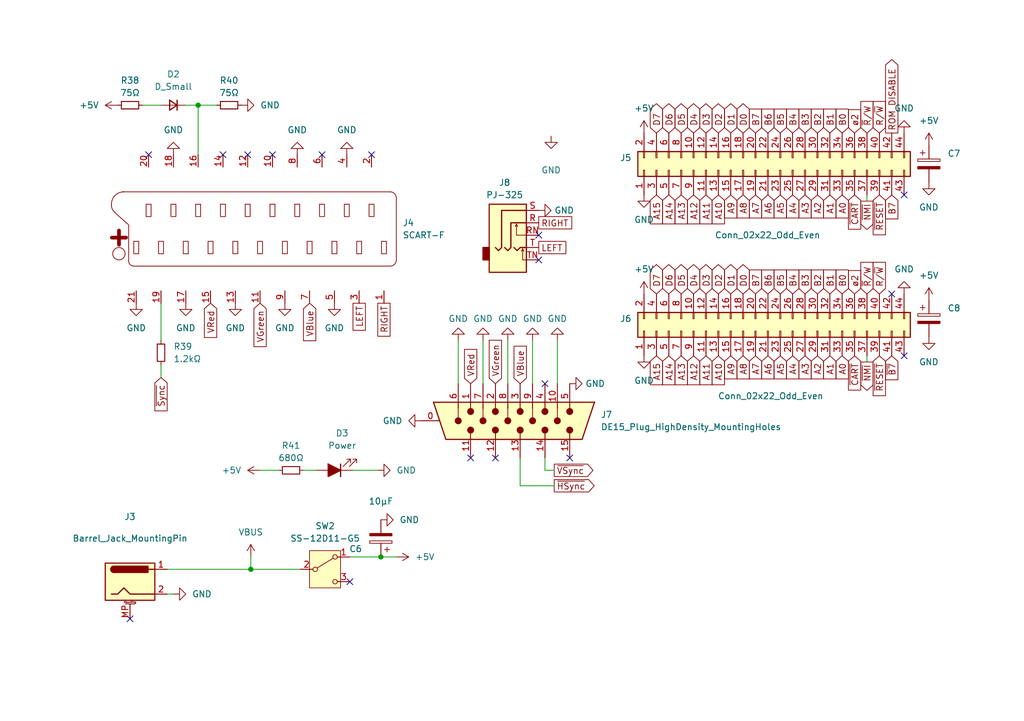
<source format=kicad_sch>
(kicad_sch (version 20230121) (generator eeschema)
  (paper "A5")
  (title_block (title "Ports"))
  (lib_symbols
    (symbol "Connector:Barrel_Jack_MountingPin" (pin_names hide)
      (property "Reference" "J" (at 0 5.334 0))
      (property "Value" "Barrel_Jack_MountingPin" (at 1.27 -6.35 0))
      (symbol "Barrel_Jack_MountingPin_0_1"
        (rectangle (start -5.08 3.81) (end 5.08 -3.81) (stroke (width 0.254)) (fill (type background)))
        (arc (start -3.302 3.175) (mid -3.9343 2.54) (end -3.302 1.905) (stroke (width 0.254)))
        (arc (start -3.302 3.175) (mid -3.9343 2.54) (end -3.302 1.905) (stroke (width 0.254)) (fill (type outline)))
        (polyline (pts (xy 5.08 2.54) (xy 3.81 2.54)) (stroke (width 0.254)))
        (polyline (pts (xy -3.81 -2.54) (xy -2.54 -2.54) (xy -1.27 -1.27) (xy 0 -2.54) (xy 2.54 -2.54) (xy 5.08 -2.54)) (stroke (width 0.254)))
        (rectangle (start 3.683 3.175) (end -3.302 1.905) (stroke (width 0.254)) (fill (type outline)))
      )
      (symbol "Barrel_Jack_MountingPin_1_1"
        (polyline (pts (xy -1.016 -4.572) (xy 1.016 -4.572)) (stroke (width 0.1524)))
        (text "Mounting" (at 0 -4.191 0) (effects (font (size 0.381 0.381))))
        (pin passive line (at 7.62 2.54 180) (length 2.54) (name "~") (number "1"))
        (pin passive line (at 7.62 -2.54 180) (length 2.54) (name "~") (number "2"))
        (pin passive line (at 0 -7.62 90) (length 3.048) (name "MountPin") (number "MP"))
      )
    )
    (symbol "Connector:DE15_Plug_HighDensity_MountingHoles" (pin_names (offset 1.016) hide)
      (property "Reference" "J" (at 0 21.59 0))
      (property "Value" "DE15_Plug_HighDensity_MountingHoles" (at 0 19.05 0))
      (symbol "DE15_Plug_HighDensity_MountingHoles_0_1"
        (circle (center -1.905 -7.62) (radius 0.635) (fill (type outline)))
        (circle (center -1.905 -2.54) (radius 0.635) (fill (type outline)))
        (circle (center -1.905 2.54) (radius 0.635) (fill (type outline)))
        (circle (center -1.905 7.62) (radius 0.635) (fill (type outline)))
        (circle (center -1.905 12.7) (radius 0.635) (fill (type outline)))
        (circle (center 0 -10.16) (radius 0.635) (fill (type outline)))
        (circle (center 0 -5.08) (radius 0.635) (fill (type outline)))
        (polyline (pts (xy -3.175 -5.08) (xy -0.635 -5.08)))
        (polyline (pts (xy -0.635 -10.16) (xy -3.175 -10.16)))
        (polyline (pts (xy -0.635 0) (xy -3.175 0)))
        (polyline (pts (xy -0.635 5.08) (xy -3.175 5.08)))
        (polyline (pts (xy -0.635 10.16) (xy -3.175 10.16)))
        (polyline (pts (xy -3.81 17.78) (xy -3.81 -15.24) (xy 3.81 -12.7) (xy 3.81 15.24) (xy -3.81 17.78)) (stroke (width 0.254)) (fill (type background)))
        (circle (center 0 0) (radius 0.635) (fill (type outline)))
        (circle (center 0 5.08) (radius 0.635) (fill (type outline)))
        (circle (center 0 10.16) (radius 0.635) (fill (type outline)))
        (circle (center 1.905 -7.62) (radius 0.635) (fill (type outline)))
        (circle (center 1.905 -2.54) (radius 0.635) (fill (type outline)))
        (circle (center 1.905 2.54) (radius 0.635) (fill (type outline)))
        (circle (center 1.905 7.62) (radius 0.635) (fill (type outline)))
        (circle (center 1.905 12.7) (radius 0.635) (fill (type outline)))
      )
      (symbol "DE15_Plug_HighDensity_MountingHoles_1_1"
        (pin passive line (at 0 -17.78 90) (length 3.81) (name "~") (number "0"))
        (pin passive line (at -7.62 -7.62 0) (length 5.08) (name "~") (number "1"))
        (pin passive line (at -7.62 10.16 0) (length 5.08) (name "~") (number "10"))
        (pin passive line (at 7.62 -7.62 180) (length 5.08) (name "~") (number "11"))
        (pin passive line (at 7.62 -2.54 180) (length 5.08) (name "~") (number "12"))
        (pin passive line (at 7.62 2.54 180) (length 5.08) (name "~") (number "13"))
        (pin passive line (at 7.62 7.62 180) (length 5.08) (name "~") (number "14"))
        (pin passive line (at 7.62 12.7 180) (length 5.08) (name "~") (number "15"))
        (pin passive line (at -7.62 -2.54 0) (length 5.08) (name "~") (number "2"))
        (pin passive line (at -7.62 2.54 0) (length 5.08) (name "~") (number "3"))
        (pin passive line (at -7.62 7.62 0) (length 5.08) (name "~") (number "4"))
        (pin passive line (at -7.62 12.7 0) (length 5.08) (name "~") (number "5"))
        (pin passive line (at -7.62 -10.16 0) (length 5.08) (name "~") (number "6"))
        (pin passive line (at -7.62 -5.08 0) (length 5.08) (name "~") (number "7"))
        (pin passive line (at -7.62 0 0) (length 5.08) (name "~") (number "8"))
        (pin passive line (at -7.62 5.08 0) (length 5.08) (name "~") (number "9"))
      )
    )
    (symbol "Connector:SCART-F" (pin_names (offset 0.762) hide)
      (property "Reference" "J" (at 0 31.75 0))
      (property "Value" "SCART-F" (at 1.016 -29.21 0))
      (symbol "SCART-F_0_1"
        (arc (start -7.62 -26.67) (mid -7.248 -27.568) (end -6.35 -27.94))
        (arc (start -6.604 26.9494) (mid -7.3224 26.6518) (end -7.62 25.9334))
        (rectangle (start -5.08 -24.892) (end -2.54 -25.908))
        (rectangle (start -5.08 -19.812) (end -2.54 -20.828))
        (rectangle (start -5.08 -14.732) (end -2.54 -15.748))
        (rectangle (start -5.08 -9.652) (end -2.54 -10.668))
        (rectangle (start -5.08 -4.572) (end -2.54 -5.588))
        (rectangle (start -5.08 0.508) (end -2.54 -0.508))
        (rectangle (start -5.08 5.588) (end -2.54 4.572))
        (rectangle (start -5.08 10.668) (end -2.54 9.652))
        (rectangle (start -5.08 15.748) (end -2.54 14.732))
        (rectangle (start -5.08 20.828) (end -2.54 19.812))
        (rectangle (start -5.08 25.908) (end -2.54 24.892))
        (circle (center -5.08 28.956) (radius 1.27))
        (polyline (pts (xy -7.62 22.86) (xy -7.62 -26.67)))
        (polyline (pts (xy -7.62 22.86) (xy -7.62 24.13)))
        (polyline (pts (xy -7.62 24.6634) (xy -7.62 24.13)))
        (polyline (pts (xy -7.62 24.6634) (xy -7.62 25.9334)))
        (polyline (pts (xy -6.604 26.9494) (xy 0.508 26.9494)))
        (polyline (pts (xy -6.35 -27.94) (xy 6.35 -27.94)))
        (polyline (pts (xy 3.302 29.718) (xy 1.27 27.432)))
        (polyline (pts (xy 4.826 30.48) (xy 5.08 30.48)))
        (polyline (pts (xy 7.62 -26.67) (xy 7.62 28.2194)))
        (arc (start 0.508 26.924) (mid 0.9569 27.0702) (end 1.2192 27.4574))
        (rectangle (start 2.54 -22.352) (end 5.08 -23.368))
        (rectangle (start 2.54 -17.272) (end 5.08 -18.288))
        (rectangle (start 2.54 -12.192) (end 5.08 -13.208))
        (rectangle (start 2.54 -7.112) (end 5.08 -8.128))
        (rectangle (start 2.54 -2.032) (end 5.08 -3.048))
        (rectangle (start 2.54 3.048) (end 5.08 2.032))
        (rectangle (start 2.54 8.128) (end 5.08 7.112))
        (rectangle (start 2.54 13.208) (end 5.08 12.192))
        (rectangle (start 2.54 18.288) (end 5.08 17.272))
        (rectangle (start 2.54 23.368) (end 5.08 22.352))
        (arc (start 4.826 30.48) (mid 3.999 30.2726) (end 3.3782 29.6926))
        (arc (start 6.35 -27.94) (mid 7.248 -27.568) (end 7.62 -26.67))
        (arc (start 7.62 27.94) (mid 6.8761 29.7361) (end 5.08 30.48))
        (text "+" (at -1.778 29.21 0) (effects (font (size 3.81 3.81) bold)))
      )
      (symbol "SCART-F_1_1"
        (pin passive line (at -15.24 -25.4 0) (length 2.54) (name "P1") (number "1"))
        (pin passive line (at 15.24 -2.54 180) (length 2.54) (name "P10") (number "10"))
        (pin passive line (at -15.24 0 0) (length 2.54) (name "P11") (number "11"))
        (pin passive line (at 15.24 2.54 180) (length 2.54) (name "P12") (number "12"))
        (pin passive line (at -15.24 5.08 0) (length 2.54) (name "P13") (number "13"))
        (pin passive line (at 15.24 7.62 180) (length 2.54) (name "P14") (number "14"))
        (pin passive line (at -15.24 10.16 0) (length 2.54) (name "P15") (number "15"))
        (pin passive line (at 15.24 12.7 180) (length 2.54) (name "P16") (number "16"))
        (pin passive line (at -15.24 15.24 0) (length 2.54) (name "P17") (number "17"))
        (pin passive line (at 15.24 17.78 180) (length 2.54) (name "P18") (number "18"))
        (pin passive line (at -15.24 20.32 0) (length 2.54) (name "P19") (number "19"))
        (pin passive line (at 15.24 -22.86 180) (length 2.54) (name "P2") (number "2"))
        (pin passive line (at 15.24 22.86 180) (length 2.54) (name "P20") (number "20"))
        (pin passive line (at -15.24 25.4 0) (length 2.54) (name "P21") (number "21"))
        (pin passive line (at -15.24 -20.32 0) (length 2.54) (name "P3") (number "3"))
        (pin passive line (at 15.24 -17.78 180) (length 2.54) (name "P4") (number "4"))
        (pin passive line (at -15.24 -15.24 0) (length 2.54) (name "P5") (number "5"))
        (pin passive line (at 15.24 -12.7 180) (length 2.54) (name "P6") (number "6"))
        (pin passive line (at -15.24 -10.16 0) (length 2.54) (name "P7") (number "7"))
        (pin passive line (at 15.24 -7.62 180) (length 2.54) (name "P8") (number "8"))
        (pin passive line (at -15.24 -5.08 0) (length 2.54) (name "P9") (number "9"))
      )
    )
    (symbol "Connector_Audio:AudioJack3_SwitchTR"
      (property "Reference" "J" (at 0 8.89 0))
      (property "Value" "AudioJack3_SwitchTR" (at 0 6.35 0))
      (symbol "AudioJack3_SwitchTR_0_1"
        (rectangle (start -5.08 -5.08) (end -6.35 -7.62) (stroke (width 0.254)) (fill (type outline)))
        (polyline (pts (xy 0.508 -0.254) (xy 0.762 -0.762)))
        (polyline (pts (xy 1.778 -5.334) (xy 2.032 -5.842)))
        (polyline (pts (xy 0 -5.08) (xy 0.635 -5.715) (xy 1.27 -5.08) (xy 2.54 -5.08)) (stroke (width 0.254)))
        (polyline (pts (xy 2.54 -7.62) (xy 1.778 -7.62) (xy 1.778 -5.334) (xy 1.524 -5.842)))
        (polyline (pts (xy 2.54 -2.54) (xy 0.508 -2.54) (xy 0.508 -0.254) (xy 0.254 -0.762)))
        (polyline (pts (xy -1.905 -5.08) (xy -1.27 -5.715) (xy -0.635 -5.08) (xy -0.635 0) (xy 2.54 0)) (stroke (width 0.254)))
        (polyline (pts (xy 2.54 2.54) (xy -2.54 2.54) (xy -2.54 -5.08) (xy -3.175 -5.715) (xy -3.81 -5.08)) (stroke (width 0.254)))
        (rectangle (start 2.54 3.81) (end -5.08 -10.16) (stroke (width 0.254)) (fill (type background)))
      )
      (symbol "AudioJack3_SwitchTR_1_1"
        (pin passive line (at 5.08 0 180) (length 2.54) (name "~") (number "R"))
        (pin passive line (at 5.08 -2.54 180) (length 2.54) (name "~") (number "RN"))
        (pin passive line (at 5.08 2.54 180) (length 2.54) (name "~") (number "S"))
        (pin passive line (at 5.08 -5.08 180) (length 2.54) (name "~") (number "T"))
        (pin passive line (at 5.08 -7.62 180) (length 2.54) (name "~") (number "TN"))
      )
    )
    (symbol "Connector_Generic:Conn_02x22_Odd_Even" (pin_names (offset 1.016) hide)
      (property "Reference" "J" (at 1.27 27.94 0))
      (property "Value" "Conn_02x22_Odd_Even" (at 1.27 -30.48 0))
      (symbol "Conn_02x22_Odd_Even_1_1"
        (rectangle (start -1.27 -27.813) (end 0 -28.067) (stroke (width 0.1524)))
        (rectangle (start -1.27 -25.273) (end 0 -25.527) (stroke (width 0.1524)))
        (rectangle (start -1.27 -22.733) (end 0 -22.987) (stroke (width 0.1524)))
        (rectangle (start -1.27 -20.193) (end 0 -20.447) (stroke (width 0.1524)))
        (rectangle (start -1.27 -17.653) (end 0 -17.907) (stroke (width 0.1524)))
        (rectangle (start -1.27 -15.113) (end 0 -15.367) (stroke (width 0.1524)))
        (rectangle (start -1.27 -12.573) (end 0 -12.827) (stroke (width 0.1524)))
        (rectangle (start -1.27 -10.033) (end 0 -10.287) (stroke (width 0.1524)))
        (rectangle (start -1.27 -7.493) (end 0 -7.747) (stroke (width 0.1524)))
        (rectangle (start -1.27 -4.953) (end 0 -5.207) (stroke (width 0.1524)))
        (rectangle (start -1.27 -2.413) (end 0 -2.667) (stroke (width 0.1524)))
        (rectangle (start -1.27 0.127) (end 0 -0.127) (stroke (width 0.1524)))
        (rectangle (start -1.27 2.667) (end 0 2.413) (stroke (width 0.1524)))
        (rectangle (start -1.27 5.207) (end 0 4.953) (stroke (width 0.1524)))
        (rectangle (start -1.27 7.747) (end 0 7.493) (stroke (width 0.1524)))
        (rectangle (start -1.27 10.287) (end 0 10.033) (stroke (width 0.1524)))
        (rectangle (start -1.27 12.827) (end 0 12.573) (stroke (width 0.1524)))
        (rectangle (start -1.27 15.367) (end 0 15.113) (stroke (width 0.1524)))
        (rectangle (start -1.27 17.907) (end 0 17.653) (stroke (width 0.1524)))
        (rectangle (start -1.27 20.447) (end 0 20.193) (stroke (width 0.1524)))
        (rectangle (start -1.27 22.987) (end 0 22.733) (stroke (width 0.1524)))
        (rectangle (start -1.27 25.527) (end 0 25.273) (stroke (width 0.1524)))
        (rectangle (start -1.27 26.67) (end 3.81 -29.21) (stroke (width 0.254)) (fill (type background)))
        (rectangle (start 3.81 -27.813) (end 2.54 -28.067) (stroke (width 0.1524)))
        (rectangle (start 3.81 -25.273) (end 2.54 -25.527) (stroke (width 0.1524)))
        (rectangle (start 3.81 -22.733) (end 2.54 -22.987) (stroke (width 0.1524)))
        (rectangle (start 3.81 -20.193) (end 2.54 -20.447) (stroke (width 0.1524)))
        (rectangle (start 3.81 -17.653) (end 2.54 -17.907) (stroke (width 0.1524)))
        (rectangle (start 3.81 -15.113) (end 2.54 -15.367) (stroke (width 0.1524)))
        (rectangle (start 3.81 -12.573) (end 2.54 -12.827) (stroke (width 0.1524)))
        (rectangle (start 3.81 -10.033) (end 2.54 -10.287) (stroke (width 0.1524)))
        (rectangle (start 3.81 -7.493) (end 2.54 -7.747) (stroke (width 0.1524)))
        (rectangle (start 3.81 -4.953) (end 2.54 -5.207) (stroke (width 0.1524)))
        (rectangle (start 3.81 -2.413) (end 2.54 -2.667) (stroke (width 0.1524)))
        (rectangle (start 3.81 0.127) (end 2.54 -0.127) (stroke (width 0.1524)))
        (rectangle (start 3.81 2.667) (end 2.54 2.413) (stroke (width 0.1524)))
        (rectangle (start 3.81 5.207) (end 2.54 4.953) (stroke (width 0.1524)))
        (rectangle (start 3.81 7.747) (end 2.54 7.493) (stroke (width 0.1524)))
        (rectangle (start 3.81 10.287) (end 2.54 10.033) (stroke (width 0.1524)))
        (rectangle (start 3.81 12.827) (end 2.54 12.573) (stroke (width 0.1524)))
        (rectangle (start 3.81 15.367) (end 2.54 15.113) (stroke (width 0.1524)))
        (rectangle (start 3.81 17.907) (end 2.54 17.653) (stroke (width 0.1524)))
        (rectangle (start 3.81 20.447) (end 2.54 20.193) (stroke (width 0.1524)))
        (rectangle (start 3.81 22.987) (end 2.54 22.733) (stroke (width 0.1524)))
        (rectangle (start 3.81 25.527) (end 2.54 25.273) (stroke (width 0.1524)))
        (pin passive line (at -5.08 25.4 0) (length 3.81) (name "Pin_1") (number "1"))
        (pin passive line (at 7.62 15.24 180) (length 3.81) (name "Pin_10") (number "10"))
        (pin passive line (at -5.08 12.7 0) (length 3.81) (name "Pin_11") (number "11"))
        (pin passive line (at 7.62 12.7 180) (length 3.81) (name "Pin_12") (number "12"))
        (pin passive line (at -5.08 10.16 0) (length 3.81) (name "Pin_13") (number "13"))
        (pin passive line (at 7.62 10.16 180) (length 3.81) (name "Pin_14") (number "14"))
        (pin passive line (at -5.08 7.62 0) (length 3.81) (name "Pin_15") (number "15"))
        (pin passive line (at 7.62 7.62 180) (length 3.81) (name "Pin_16") (number "16"))
        (pin passive line (at -5.08 5.08 0) (length 3.81) (name "Pin_17") (number "17"))
        (pin passive line (at 7.62 5.08 180) (length 3.81) (name "Pin_18") (number "18"))
        (pin passive line (at -5.08 2.54 0) (length 3.81) (name "Pin_19") (number "19"))
        (pin passive line (at 7.62 25.4 180) (length 3.81) (name "Pin_2") (number "2"))
        (pin passive line (at 7.62 2.54 180) (length 3.81) (name "Pin_20") (number "20"))
        (pin passive line (at -5.08 0 0) (length 3.81) (name "Pin_21") (number "21"))
        (pin passive line (at 7.62 0 180) (length 3.81) (name "Pin_22") (number "22"))
        (pin passive line (at -5.08 -2.54 0) (length 3.81) (name "Pin_23") (number "23"))
        (pin passive line (at 7.62 -2.54 180) (length 3.81) (name "Pin_24") (number "24"))
        (pin passive line (at -5.08 -5.08 0) (length 3.81) (name "Pin_25") (number "25"))
        (pin passive line (at 7.62 -5.08 180) (length 3.81) (name "Pin_26") (number "26"))
        (pin passive line (at -5.08 -7.62 0) (length 3.81) (name "Pin_27") (number "27"))
        (pin passive line (at 7.62 -7.62 180) (length 3.81) (name "Pin_28") (number "28"))
        (pin passive line (at -5.08 -10.16 0) (length 3.81) (name "Pin_29") (number "29"))
        (pin passive line (at -5.08 22.86 0) (length 3.81) (name "Pin_3") (number "3"))
        (pin passive line (at 7.62 -10.16 180) (length 3.81) (name "Pin_30") (number "30"))
        (pin passive line (at -5.08 -12.7 0) (length 3.81) (name "Pin_31") (number "31"))
        (pin passive line (at 7.62 -12.7 180) (length 3.81) (name "Pin_32") (number "32"))
        (pin passive line (at -5.08 -15.24 0) (length 3.81) (name "Pin_33") (number "33"))
        (pin passive line (at 7.62 -15.24 180) (length 3.81) (name "Pin_34") (number "34"))
        (pin passive line (at -5.08 -17.78 0) (length 3.81) (name "Pin_35") (number "35"))
        (pin passive line (at 7.62 -17.78 180) (length 3.81) (name "Pin_36") (number "36"))
        (pin passive line (at -5.08 -20.32 0) (length 3.81) (name "Pin_37") (number "37"))
        (pin passive line (at 7.62 -20.32 180) (length 3.81) (name "Pin_38") (number "38"))
        (pin passive line (at -5.08 -22.86 0) (length 3.81) (name "Pin_39") (number "39"))
        (pin passive line (at 7.62 22.86 180) (length 3.81) (name "Pin_4") (number "4"))
        (pin passive line (at 7.62 -22.86 180) (length 3.81) (name "Pin_40") (number "40"))
        (pin passive line (at -5.08 -25.4 0) (length 3.81) (name "Pin_41") (number "41"))
        (pin passive line (at 7.62 -25.4 180) (length 3.81) (name "Pin_42") (number "42"))
        (pin passive line (at -5.08 -27.94 0) (length 3.81) (name "Pin_43") (number "43"))
        (pin passive line (at 7.62 -27.94 180) (length 3.81) (name "Pin_44") (number "44"))
        (pin passive line (at -5.08 20.32 0) (length 3.81) (name "Pin_5") (number "5"))
        (pin passive line (at 7.62 20.32 180) (length 3.81) (name "Pin_6") (number "6"))
        (pin passive line (at -5.08 17.78 0) (length 3.81) (name "Pin_7") (number "7"))
        (pin passive line (at 7.62 17.78 180) (length 3.81) (name "Pin_8") (number "8"))
        (pin passive line (at -5.08 15.24 0) (length 3.81) (name "Pin_9") (number "9"))
      )
    )
    (symbol "Device:C_Polarized" (pin_numbers hide) (pin_names (offset 0.254))
      (property "Reference" "C" (at 0.635 2.54 0))
      (property "Value" "C_Polarized" (at 0.635 -2.54 0))
      (symbol "C_Polarized_0_1"
        (rectangle (start -2.286 0.508) (end 2.286 1.016))
        (polyline (pts (xy -1.778 2.286) (xy -0.762 2.286)))
        (polyline (pts (xy -1.27 2.794) (xy -1.27 1.778)))
        (rectangle (start 2.286 -0.508) (end -2.286 -1.016) (fill (type outline)))
      )
      (symbol "C_Polarized_1_1"
        (pin passive line (at 0 3.81 270) (length 2.794) (name "~") (number "1"))
        (pin passive line (at 0 -3.81 90) (length 2.794) (name "~") (number "2"))
      )
    )
    (symbol "Device:D_Small" (pin_numbers hide) (pin_names (offset 0.254) hide)
      (property "Reference" "D" (at -1.27 2.032 0))
      (property "Value" "D_Small" (at -3.81 -2.032 0))
      (symbol "D_Small_0_1"
        (polyline (pts (xy -0.762 -1.016) (xy -0.762 1.016)) (stroke (width 0.254)))
        (polyline (pts (xy -0.762 0) (xy 0.762 0)))
        (polyline (pts (xy 0.762 -1.016) (xy -0.762 0) (xy 0.762 1.016) (xy 0.762 -1.016)) (stroke (width 0.254)))
      )
      (symbol "D_Small_1_1"
        (pin passive line (at -2.54 0 0) (length 1.778) (name "K") (number "1"))
        (pin passive line (at 2.54 0 180) (length 1.778) (name "A") (number "2"))
      )
    )
    (symbol "Device:LED_Filled" (pin_numbers hide) (pin_names (offset 1.016) hide)
      (property "Reference" "D" (at 0 2.54 0))
      (property "Value" "LED_Filled" (at 0 -2.54 0))
      (symbol "LED_Filled_0_1"
        (polyline (pts (xy -1.27 -1.27) (xy -1.27 1.27)) (stroke (width 0.254)))
        (polyline (pts (xy -1.27 0) (xy 1.27 0)))
        (polyline (pts (xy 1.27 -1.27) (xy 1.27 1.27) (xy -1.27 0) (xy 1.27 -1.27)) (stroke (width 0.254)) (fill (type outline)))
        (polyline (pts (xy -3.048 -0.762) (xy -4.572 -2.286) (xy -3.81 -2.286) (xy -4.572 -2.286) (xy -4.572 -1.524)))
        (polyline (pts (xy -1.778 -0.762) (xy -3.302 -2.286) (xy -2.54 -2.286) (xy -3.302 -2.286) (xy -3.302 -1.524)))
      )
      (symbol "LED_Filled_1_1"
        (pin passive line (at -3.81 0 0) (length 2.54) (name "K") (number "1"))
        (pin passive line (at 3.81 0 180) (length 2.54) (name "A") (number "2"))
      )
    )
    (symbol "Device:R_Small" (pin_numbers hide) (pin_names (offset 0.254) hide)
      (property "Reference" "R" (at 0.762 0.508 0))
      (property "Value" "R_Small" (at 0.762 -1.016 0))
      (symbol "R_Small_0_1"
        (rectangle (start -0.762 1.778) (end 0.762 -1.778) (stroke (width 0.2032)))
      )
      (symbol "R_Small_1_1"
        (pin passive line (at 0 2.54 270) (length 0.762) (name "~") (number "1"))
        (pin passive line (at 0 -2.54 90) (length 0.762) (name "~") (number "2"))
      )
    )
    (symbol "Switch:SW_SPDT" (pin_names (offset 0) hide)
      (property "Reference" "SW" (at 0 5.08 0))
      (property "Value" "SW_SPDT" (at 0 -5.08 0))
      (symbol "SW_SPDT_0_1"
        (circle (center -2.032 0) (radius 0.4572))
        (polyline (pts (xy -1.651 0.254) (xy 1.651 2.286)))
        (circle (center 2.032 -2.54) (radius 0.4572))
        (circle (center 2.032 2.54) (radius 0.4572))
      )
      (symbol "SW_SPDT_1_1"
        (rectangle (start -3.175 3.81) (end 3.175 -3.81) (fill (type background)))
        (pin passive line (at 5.08 2.54 180) (length 2.54) (name "A") (number "1"))
        (pin passive line (at -5.08 0 0) (length 2.54) (name "B") (number "2"))
        (pin passive line (at 5.08 -2.54 180) (length 2.54) (name "C") (number "3"))
      )
    )
    (symbol "power:+5V" (power) (pin_names (offset 0))
      (property "Value" "+5V" (at 0 3.556 0))
      (symbol "+5V_0_1"
        (polyline (pts (xy -0.762 1.27) (xy 0 2.54)))
        (polyline (pts (xy 0 0) (xy 0 2.54)))
        (polyline (pts (xy 0 2.54) (xy 0.762 1.27)))
      )
      (symbol "+5V_1_1"
        (pin power_in line (at 0 0 90) (length 0) hide (name "+5V") (number "1"))
      )
    )
    (symbol "power:GND" (power) (pin_names (offset 0))
      (property "Value" "GND" (at 0 -3.81 0))
      (symbol "GND_0_1"
        (polyline (pts (xy 0 0) (xy 0 -1.27) (xy 1.27 -1.27) (xy 0 -2.54) (xy -1.27 -1.27) (xy 0 -1.27)))
      )
      (symbol "GND_1_1"
        (pin power_in line (at 0 0 270) (length 0) hide (name "GND") (number "1"))
      )
    )
    (symbol "power:VBUS" (power) (pin_names (offset 0))
      (property "Value" "VBUS" (at 0 3.81 0))
      (symbol "VBUS_0_1"
        (polyline (pts (xy -0.762 1.27) (xy 0 2.54)))
        (polyline (pts (xy 0 0) (xy 0 2.54)))
        (polyline (pts (xy 0 2.54) (xy 0.762 1.27)))
      )
      (symbol "VBUS_1_1"
        (pin power_in line (at 0 0 90) (length 0) hide (name "VBUS") (number "1"))
      )
    )
  )
  (junction (at 40.64 21.59))
  (junction (at 51.435 116.84))
  (junction (at 78.105 114.3))
  (no_connect (at 185.42 73.025))
  (no_connect (at 101.6 93.98))
  (no_connect (at 110.49 48.26))
  (no_connect (at 182.88 60.325))
  (no_connect (at 66.04 31.75))
  (no_connect (at 55.88 31.75))
  (no_connect (at 50.8 31.75))
  (no_connect (at 26.67 127))
  (no_connect (at 71.755 119.38))
  (no_connect (at 96.52 93.98))
  (no_connect (at 111.76 78.74))
  (no_connect (at 116.84 93.98))
  (no_connect (at 185.42 40.005))
  (no_connect (at 110.49 53.34))
  (no_connect (at 30.48 31.75))
  (no_connect (at 76.2 31.75))
  (no_connect (at 45.72 31.75))
  (wire (pts (xy 177.8 41.275) (xy 177.8 40.005)))
  (wire (pts (xy 71.755 114.3) (xy 78.105 114.3)))
  (wire (pts (xy 177.8 74.295) (xy 177.8 73.025)))
  (wire (pts (xy 40.64 21.59) (xy 44.45 21.59)))
  (wire (pts (xy 113.665 96.52) (xy 111.76 96.52)))
  (wire (pts (xy 113.665 99.695) (xy 106.68 99.695)))
  (wire (pts (xy 106.68 99.695) (xy 106.68 93.98)))
  (wire (pts (xy 109.22 69.85) (xy 109.22 78.74)))
  (wire (pts (xy 93.98 69.85) (xy 93.98 78.74)))
  (wire (pts (xy 35.56 121.92) (xy 34.29 121.92)))
  (wire (pts (xy 29.21 21.59) (xy 33.02 21.59)))
  (wire (pts (xy 51.435 116.84) (xy 61.595 116.84)))
  (wire (pts (xy 99.06 69.85) (xy 99.06 78.74)))
  (wire (pts (xy 33.02 69.85) (xy 33.02 62.23)))
  (wire (pts (xy 51.435 114.3) (xy 51.435 116.84)))
  (wire (pts (xy 104.14 69.85) (xy 104.14 78.74)))
  (wire (pts (xy 77.47 96.52) (xy 72.39 96.52)))
  (wire (pts (xy 78.105 114.3) (xy 81.28 114.3)))
  (wire (pts (xy 40.64 21.59) (xy 40.64 31.75)))
  (wire (pts (xy 33.02 77.47) (xy 33.02 74.93)))
  (wire (pts (xy 53.34 96.52) (xy 57.15 96.52)))
  (wire (pts (xy 111.76 96.52) (xy 111.76 93.98)))
  (wire (pts (xy 34.29 116.84) (xy 51.435 116.84)))
  (wire (pts (xy 38.1 21.59) (xy 40.64 21.59)))
  (wire (pts (xy 62.23 96.52) (xy 64.77 96.52)))
  (wire (pts (xy 114.3 69.85) (xy 114.3 78.74)))
  (global_label "A4" (shape input) (at 162.56 40.005 270) (property "Intersheetrefs" "${INTERSHEET_REFS}" (effects hide)))
  (global_label "A1" (shape input) (at 170.18 73.025 270) (property "Intersheetrefs" "${INTERSHEET_REFS}" (effects hide)))
  (global_label "A7" (shape input) (at 154.94 40.005 270) (property "Intersheetrefs" "${INTERSHEET_REFS}" (effects hide)))
  (global_label "D1" (shape bidirectional) (at 149.86 27.305 90) (property "Intersheetrefs" "${INTERSHEET_REFS}" (effects hide)))
  (global_label "A11" (shape input) (at 144.78 73.025 270) (property "Intersheetrefs" "${INTERSHEET_REFS}" (effects hide)))
  (global_label "~{HSync}" (shape output) (at 113.665 99.695 0) (property "Intersheetrefs" "${INTERSHEET_REFS}" (effects hide)))
  (global_label "~{Sync}" (shape input) (at 33.02 77.47 270) (property "Intersheetrefs" "${INTERSHEET_REFS}" (effects hide)))
  (global_label "D4" (shape bidirectional) (at 142.24 27.305 90) (property "Intersheetrefs" "${INTERSHEET_REFS}" (effects hide)))
  (global_label "A10" (shape input) (at 147.32 40.005 270) (property "Intersheetrefs" "${INTERSHEET_REFS}" (effects hide)))
  (global_label "A8" (shape input) (at 152.4 73.025 270) (property "Intersheetrefs" "${INTERSHEET_REFS}" (effects hide)))
  (global_label "B3" (shape input) (at 165.1 60.325 90) (property "Intersheetrefs" "${INTERSHEET_REFS}" (effects hide)))
  (global_label "B7" (shape input) (at 154.94 60.325 90) (property "Intersheetrefs" "${INTERSHEET_REFS}" (effects hide)))
  (global_label "A9" (shape input) (at 149.86 73.025 270) (property "Intersheetrefs" "${INTERSHEET_REFS}" (effects hide)))
  (global_label "B2" (shape input) (at 167.64 27.305 90) (property "Intersheetrefs" "${INTERSHEET_REFS}" (effects hide)))
  (global_label "VRed" (shape input) (at 43.18 62.23 270) (property "Intersheetrefs" "${INTERSHEET_REFS}" (effects hide)))
  (global_label "A13" (shape input) (at 139.7 40.005 270) (property "Intersheetrefs" "${INTERSHEET_REFS}" (effects hide)))
  (global_label "B6" (shape input) (at 157.48 60.325 90) (property "Intersheetrefs" "${INTERSHEET_REFS}" (effects hide)))
  (global_label "A0" (shape input) (at 172.72 73.025 270) (property "Intersheetrefs" "${INTERSHEET_REFS}" (effects hide)))
  (global_label "D2" (shape bidirectional) (at 147.32 27.305 90) (property "Intersheetrefs" "${INTERSHEET_REFS}" (effects hide)))
  (global_label "A10" (shape input) (at 147.32 73.025 270) (property "Intersheetrefs" "${INTERSHEET_REFS}" (effects hide)))
  (global_label "~{B7}" (shape input) (at 182.88 73.025 270) (property "Intersheetrefs" "${INTERSHEET_REFS}" (effects hide)))
  (global_label "A4" (shape input) (at 162.56 73.025 270) (property "Intersheetrefs" "${INTERSHEET_REFS}" (effects hide)))
  (global_label "D3" (shape bidirectional) (at 144.78 60.325 90) (property "Intersheetrefs" "${INTERSHEET_REFS}" (effects hide)))
  (global_label "~{RESET}" (shape input) (at 180.34 73.025 270) (property "Intersheetrefs" "${INTERSHEET_REFS}" (effects hide)))
  (global_label "D4" (shape bidirectional) (at 142.24 60.325 90) (property "Intersheetrefs" "${INTERSHEET_REFS}" (effects hide)))
  (global_label "R{slash}~{W}" (shape input) (at 180.34 60.325 90) (property "Intersheetrefs" "${INTERSHEET_REFS}" (effects hide)))
  (global_label "A5" (shape input) (at 160.02 40.005 270) (property "Intersheetrefs" "${INTERSHEET_REFS}" (effects hide)))
  (global_label "A11" (shape input) (at 144.78 40.005 270) (property "Intersheetrefs" "${INTERSHEET_REFS}" (effects hide)))
  (global_label "R{slash}~{W}" (shape input) (at 180.34 27.305 90) (property "Intersheetrefs" "${INTERSHEET_REFS}" (effects hide)))
  (global_label "ø2" (shape input) (at 175.26 60.325 90) (property "Intersheetrefs" "${INTERSHEET_REFS}" (effects hide)))
  (global_label "ROM DISABLE" (shape output) (at 182.88 27.305 90) (property "Intersheetrefs" "${INTERSHEET_REFS}" (effects hide)))
  (global_label "B0" (shape input) (at 172.72 60.325 90) (property "Intersheetrefs" "${INTERSHEET_REFS}" (effects hide)))
  (global_label "D3" (shape bidirectional) (at 144.78 27.305 90) (property "Intersheetrefs" "${INTERSHEET_REFS}" (effects hide)))
  (global_label "B4" (shape input) (at 162.56 60.325 90) (property "Intersheetrefs" "${INTERSHEET_REFS}" (effects hide)))
  (global_label "A3" (shape input) (at 165.1 40.005 270) (property "Intersheetrefs" "${INTERSHEET_REFS}" (effects hide)))
  (global_label "D7" (shape bidirectional) (at 134.62 27.305 90) (property "Intersheetrefs" "${INTERSHEET_REFS}" (effects hide)))
  (global_label "LEFT" (shape passive) (at 73.66 62.23 270) (property "Intersheetrefs" "${INTERSHEET_REFS}" (effects hide)))
  (global_label "A12" (shape input) (at 142.24 40.005 270) (property "Intersheetrefs" "${INTERSHEET_REFS}" (effects hide)))
  (global_label "VBlue" (shape input) (at 63.5 62.23 270) (property "Intersheetrefs" "${INTERSHEET_REFS}" (effects hide)))
  (global_label "B3" (shape input) (at 165.1 27.305 90) (property "Intersheetrefs" "${INTERSHEET_REFS}" (effects hide)))
  (global_label "D6" (shape bidirectional) (at 137.16 27.305 90) (property "Intersheetrefs" "${INTERSHEET_REFS}" (effects hide)))
  (global_label "~{CART}" (shape input) (at 175.26 73.025 270) (property "Intersheetrefs" "${INTERSHEET_REFS}" (effects hide)))
  (global_label "VGreen" (shape input) (at 101.6 78.74 90) (property "Intersheetrefs" "${INTERSHEET_REFS}" (effects hide)))
  (global_label "LEFT" (shape passive) (at 110.49 50.8 0) (property "Intersheetrefs" "${INTERSHEET_REFS}" (effects hide)))
  (global_label "A8" (shape input) (at 152.4 40.005 270) (property "Intersheetrefs" "${INTERSHEET_REFS}" (effects hide)))
  (global_label "D5" (shape bidirectional) (at 139.7 27.305 90) (property "Intersheetrefs" "${INTERSHEET_REFS}" (effects hide)))
  (global_label "RIGHT" (shape passive) (at 110.49 45.72 0) (property "Intersheetrefs" "${INTERSHEET_REFS}" (effects hide)))
  (global_label "RIGHT" (shape passive) (at 78.74 62.23 270) (property "Intersheetrefs" "${INTERSHEET_REFS}" (effects hide)))
  (global_label "B7" (shape input) (at 182.88 40.005 270) (property "Intersheetrefs" "${INTERSHEET_REFS}" (effects hide)))
  (global_label "D5" (shape bidirectional) (at 139.7 60.325 90) (property "Intersheetrefs" "${INTERSHEET_REFS}" (effects hide)))
  (global_label "VRed" (shape input) (at 96.52 78.74 90) (property "Intersheetrefs" "${INTERSHEET_REFS}" (effects hide)))
  (global_label "B5" (shape input) (at 160.02 27.305 90) (property "Intersheetrefs" "${INTERSHEET_REFS}" (effects hide)))
  (global_label "B1" (shape input) (at 170.18 27.305 90) (property "Intersheetrefs" "${INTERSHEET_REFS}" (effects hide)))
  (global_label "B5" (shape input) (at 160.02 60.325 90) (property "Intersheetrefs" "${INTERSHEET_REFS}" (effects hide)))
  (global_label "A14" (shape input) (at 137.16 40.005 270) (property "Intersheetrefs" "${INTERSHEET_REFS}" (effects hide)))
  (global_label "~{VSync}" (shape output) (at 113.665 96.52 0) (property "Intersheetrefs" "${INTERSHEET_REFS}" (effects hide)))
  (global_label "D7" (shape bidirectional) (at 134.62 60.325 90) (property "Intersheetrefs" "${INTERSHEET_REFS}" (effects hide)))
  (global_label "A15" (shape input) (at 134.62 73.025 270) (property "Intersheetrefs" "${INTERSHEET_REFS}" (effects hide)))
  (global_label "A12" (shape input) (at 142.24 73.025 270) (property "Intersheetrefs" "${INTERSHEET_REFS}" (effects hide)))
  (global_label "D0" (shape bidirectional) (at 152.4 27.305 90) (property "Intersheetrefs" "${INTERSHEET_REFS}" (effects hide)))
  (global_label "~{NMI}" (shape output) (at 177.8 74.295 270) (property "Intersheetrefs" "${INTERSHEET_REFS}" (effects hide)))
  (global_label "~{R}{slash}W" (shape input) (at 177.8 60.325 90) (property "Intersheetrefs" "${INTERSHEET_REFS}" (effects hide)))
  (global_label "B0" (shape input) (at 172.72 27.305 90) (property "Intersheetrefs" "${INTERSHEET_REFS}" (effects hide)))
  (global_label "B2" (shape input) (at 167.64 60.325 90) (property "Intersheetrefs" "${INTERSHEET_REFS}" (effects hide)))
  (global_label "A9" (shape input) (at 149.86 40.005 270) (property "Intersheetrefs" "${INTERSHEET_REFS}" (effects hide)))
  (global_label "D1" (shape bidirectional) (at 149.86 60.325 90) (property "Intersheetrefs" "${INTERSHEET_REFS}" (effects hide)))
  (global_label "A6" (shape input) (at 157.48 40.005 270) (property "Intersheetrefs" "${INTERSHEET_REFS}" (effects hide)))
  (global_label "A2" (shape input) (at 167.64 40.005 270) (property "Intersheetrefs" "${INTERSHEET_REFS}" (effects hide)))
  (global_label "D0" (shape bidirectional) (at 152.4 60.325 90) (property "Intersheetrefs" "${INTERSHEET_REFS}" (effects hide)))
  (global_label "ø2" (shape input) (at 175.26 27.305 90) (property "Intersheetrefs" "${INTERSHEET_REFS}" (effects hide)))
  (global_label "A2" (shape input) (at 167.64 73.025 270) (property "Intersheetrefs" "${INTERSHEET_REFS}" (effects hide)))
  (global_label "A1" (shape input) (at 170.18 40.005 270) (property "Intersheetrefs" "${INTERSHEET_REFS}" (effects hide)))
  (global_label "~{NMI}" (shape output) (at 177.8 41.275 270) (property "Intersheetrefs" "${INTERSHEET_REFS}" (effects hide)))
  (global_label "A3" (shape input) (at 165.1 73.025 270) (property "Intersheetrefs" "${INTERSHEET_REFS}" (effects hide)))
  (global_label "B7" (shape input) (at 154.94 27.305 90) (property "Intersheetrefs" "${INTERSHEET_REFS}" (effects hide)))
  (global_label "A0" (shape input) (at 172.72 40.005 270) (property "Intersheetrefs" "${INTERSHEET_REFS}" (effects hide)))
  (global_label "A15" (shape input) (at 134.62 40.005 270) (property "Intersheetrefs" "${INTERSHEET_REFS}" (effects hide)))
  (global_label "VBlue" (shape input) (at 106.68 78.74 90) (property "Intersheetrefs" "${INTERSHEET_REFS}" (effects hide)))
  (global_label "A13" (shape input) (at 139.7 73.025 270) (property "Intersheetrefs" "${INTERSHEET_REFS}" (effects hide)))
  (global_label "~{R}{slash}W" (shape input) (at 177.8 27.305 90) (property "Intersheetrefs" "${INTERSHEET_REFS}" (effects hide)))
  (global_label "A7" (shape input) (at 154.94 73.025 270) (property "Intersheetrefs" "${INTERSHEET_REFS}" (effects hide)))
  (global_label "VGreen" (shape input) (at 53.34 62.23 270) (property "Intersheetrefs" "${INTERSHEET_REFS}" (effects hide)))
  (global_label "B1" (shape input) (at 170.18 60.325 90) (property "Intersheetrefs" "${INTERSHEET_REFS}" (effects hide)))
  (global_label "D2" (shape bidirectional) (at 147.32 60.325 90) (property "Intersheetrefs" "${INTERSHEET_REFS}" (effects hide)))
  (global_label "~{RESET}" (shape input) (at 180.34 40.005 270) (property "Intersheetrefs" "${INTERSHEET_REFS}" (effects hide)))
  (global_label "B4" (shape input) (at 162.56 27.305 90) (property "Intersheetrefs" "${INTERSHEET_REFS}" (effects hide)))
  (global_label "A5" (shape input) (at 160.02 73.025 270) (property "Intersheetrefs" "${INTERSHEET_REFS}" (effects hide)))
  (global_label "D6" (shape bidirectional) (at 137.16 60.325 90) (property "Intersheetrefs" "${INTERSHEET_REFS}" (effects hide)))
  (global_label "A6" (shape input) (at 157.48 73.025 270) (property "Intersheetrefs" "${INTERSHEET_REFS}" (effects hide)))
  (global_label "A14" (shape input) (at 137.16 73.025 270) (property "Intersheetrefs" "${INTERSHEET_REFS}" (effects hide)))
  (global_label "B6" (shape input) (at 157.48 27.305 90) (property "Intersheetrefs" "${INTERSHEET_REFS}" (effects hide)))
  (global_label "~{CART}" (shape input) (at 175.26 40.005 270) (property "Intersheetrefs" "${INTERSHEET_REFS}" (effects hide)))
  (symbol (lib_id "Device:R_Small") (at 33.02 72.39 180) (unit 1)
    (property "Reference" "R39" (at 35.56 71.12 0) (effects (justify right)))
    (property "Value" "1.2kΩ" (at 35.56 73.66 0) (effects (justify right)))
    (property "Footprint" "Resistor_THT:R_Axial_DIN0204_L3.6mm_D1.6mm_P7.62mm_Horizontal" (effects hide))
  )
  (symbol (lib_id "power:+5V") (at 132.08 27.305 0) (unit 1)
    (property "Reference" "#PWR0161" (effects hide))
    (property "Value" "+5V" (at 132.08 22.225 0))
  )
  (symbol (lib_id "power:GND") (at 190.5 69.215 0) (unit 1)
    (property "Reference" "#PWR0170" (effects hide))
    (property "Value" "GND" (at 190.5 74.295 0))
  )
  (symbol (lib_id "power:GND") (at 93.98 69.85 180) (unit 1)
    (property "Reference" "#PWR017" (effects hide))
    (property "Value" "GND" (at 93.98 65.405 0))
  )
  (symbol (lib_id "Connector:SCART-F") (at 53.34 46.99 90) (unit 1)
    (property "Reference" "J4" (at 82.55 45.72 90) (effects (justify right)))
    (property "Value" "SCART-F" (at 82.55 48.26 90) (effects (justify right)))
    (property "Footprint" "Video:SCART" (effects hide))
    (property "Datasheet" " ~" (effects hide))
  )
  (symbol (lib_id "power:GND") (at 86.36 86.36 270) (unit 1)
    (property "Reference" "#PWR013" (effects hide))
    (property "Value" "GND" (at 82.55 86.36 90) (effects (justify right)))
  )
  (symbol (lib_id "power:GND") (at 35.56 31.75 180) (unit 1)
    (property "Reference" "#PWR0145" (effects hide))
    (property "Value" "GND" (at 35.56 26.67 0))
  )
  (symbol (lib_id "power:GND") (at 49.53 21.59 90) (unit 1)
    (property "Reference" "#PWR0150" (effects hide))
    (property "Value" "GND" (at 53.34 21.59 90) (effects (justify right)))
  )
  (symbol (lib_id "power:+5V") (at 132.08 60.325 0) (unit 1)
    (property "Reference" "#PWR0163" (effects hide))
    (property "Value" "+5V" (at 132.08 55.245 0))
  )
  (symbol (lib_id "power:GND") (at 71.12 31.75 180) (unit 1)
    (property "Reference" "#PWR0159" (effects hide))
    (property "Value" "GND" (at 71.12 26.67 0))
  )
  (symbol (lib_id "power:GND") (at 113.03 27.94 0) (unit 1)
    (property "Reference" "#PWR0144" (effects hide))
    (property "Value" "GND" (at 113.03 34.925 0))
  )
  (symbol (lib_id "power:+5V") (at 53.34 96.52 90) (unit 1)
    (property "Reference" "#PWR0151" (effects hide))
    (property "Value" "+5V" (at 49.53 96.52 90) (effects (justify left)))
  )
  (symbol (lib_id "Device:C_Polarized") (at 190.5 65.405 0) (unit 1)
    (property "Reference" "C8" (at 194.31 63.246 0) (effects (justify left)))
    (property "Value" "10µF" (effects hide))
    (property "Footprint" "Capacitor_THT:CP_Radial_D6.3mm_P2.50mm" (effects hide))
  )
  (symbol (lib_id "power:GND") (at 132.08 73.025 0) (unit 1)
    (property "Reference" "#PWR0164" (effects hide))
    (property "Value" "GND" (at 132.08 78.105 0))
  )
  (symbol (lib_id "power:GND") (at 109.22 69.85 180) (unit 1)
    (property "Reference" "#PWR0172" (effects hide))
    (property "Value" "GND" (at 109.22 65.405 0))
  )
  (symbol (lib_id "power:GND") (at 185.42 60.325 180) (unit 1)
    (property "Reference" "#PWR0166" (effects hide))
    (property "Value" "GND" (at 185.42 55.245 0))
  )
  (symbol (lib_id "power:GND") (at 104.14 69.85 180) (unit 1)
    (property "Reference" "#PWR0171" (effects hide))
    (property "Value" "GND" (at 104.14 65.405 0))
  )
  (symbol (lib_id "power:GND") (at 99.06 69.85 180) (unit 1)
    (property "Reference" "#PWR0131" (effects hide))
    (property "Value" "GND" (at 99.06 65.405 0))
  )
  (symbol (lib_id "Device:C_Polarized") (at 190.5 33.655 0) (unit 1)
    (property "Reference" "C7" (at 194.31 31.496 0) (effects (justify left)))
    (property "Value" "10µF" (effects hide))
    (property "Footprint" "Capacitor_THT:CP_Radial_D6.3mm_P2.50mm" (effects hide))
  )
  (symbol (lib_id "Device:R_Small") (at 46.99 21.59 90) (unit 1)
    (property "Reference" "R40" (at 46.99 16.51 90))
    (property "Value" "75Ω" (at 46.99 19.05 90))
    (property "Footprint" "Resistor_THT:R_Axial_DIN0204_L3.6mm_D1.6mm_P7.62mm_Horizontal" (effects hide))
  )
  (symbol (lib_id "power:+5V") (at 190.5 29.845 0) (unit 1)
    (property "Reference" "#PWR0167" (effects hide))
    (property "Value" "+5V" (at 190.5 24.765 0))
  )
  (symbol (lib_id "power:+5V") (at 190.5 61.595 0) (unit 1)
    (property "Reference" "#PWR0169" (effects hide))
    (property "Value" "+5V" (at 190.5 56.515 0))
  )
  (symbol (lib_id "Connector_Generic:Conn_02x22_Odd_Even") (at 157.48 67.945 90) (unit 1)
    (property "Reference" "J6" (at 129.54 65.405 90) (effects (justify left)))
    (property "Value" "Conn_02x22_Odd_Even" (at 168.91 81.28 90) (effects (justify left)))
    (property "Footprint" "Smal:EdgeHeader_2x22_P2.54mm_Vertical" (effects hide))
  )
  (symbol (lib_id "power:GND") (at 27.94 62.23 0) (unit 1)
    (property "Reference" "#PWR0142" (effects hide))
    (property "Value" "GND" (at 27.94 67.31 0))
  )
  (symbol (lib_id "power:GND") (at 48.26 62.23 0) (unit 1)
    (property "Reference" "#PWR0149" (effects hide))
    (property "Value" "GND" (at 48.26 67.31 0))
  )
  (symbol (lib_id "Connector:Barrel_Jack_MountingPin") (at 26.67 119.38 0) (unit 1)
    (property "Reference" "J3" (at 26.67 106.045 0))
    (property "Value" "Barrel_Jack_MountingPin" (at 26.67 110.49 0))
    (property "Footprint" "Connector_BarrelJack:BarrelJack_Horizontal" (effects hide))
  )
  (symbol (lib_id "power:GND") (at 114.3 69.85 180) (unit 1)
    (property "Reference" "#PWR0173" (effects hide))
    (property "Value" "GND" (at 114.3 65.405 0))
  )
  (symbol (lib_id "Device:D_Small") (at 35.56 21.59 180) (unit 1)
    (property "Reference" "D2" (at 35.56 15.24 0))
    (property "Value" "D_Small" (at 35.56 17.78 0))
    (property "Footprint" "Diode_THT:D_DO-34_SOD68_P7.62mm_Horizontal" (effects hide))
    (property "Sim.Device" "D" (effects hide))
    (property "Sim.Pins" "1=K 2=A" (effects hide))
  )
  (symbol (lib_id "power:GND") (at 185.42 27.305 180) (unit 1)
    (property "Reference" "#PWR0165" (effects hide))
    (property "Value" "GND" (at 185.42 22.225 0))
  )
  (symbol (lib_id "Device:R_Small") (at 26.67 21.59 90) (unit 1)
    (property "Reference" "R38" (at 26.67 16.51 90))
    (property "Value" "75Ω" (at 26.67 19.05 90))
    (property "Footprint" "Resistor_THT:R_Axial_DIN0204_L3.6mm_D1.6mm_P7.62mm_Horizontal" (effects hide))
  )
  (symbol (lib_id "power:GND") (at 38.1 62.23 0) (unit 1)
    (property "Reference" "#PWR0148" (effects hide))
    (property "Value" "GND" (at 38.1 67.31 0))
  )
  (symbol (lib_id "Connector_Generic:Conn_02x22_Odd_Even") (at 157.48 34.925 90) (unit 1)
    (property "Reference" "J5" (at 129.54 32.385 90) (effects (justify left)))
    (property "Value" "Conn_02x22_Odd_Even" (at 168.275 48.26 90) (effects (justify left)))
    (property "Footprint" "Smal:EdgeHeader_2x22_P2.54mm_Vertical" (effects hide))
  )
  (symbol (lib_id "Device:LED_Filled") (at 68.58 96.52 180) (unit 1)
    (property "Reference" "D3" (at 70.1675 88.9 0))
    (property "Value" "Power" (at 70.1675 91.44 0))
    (property "Footprint" "LED_THT:LED_Rectangular_W5.0mm_H2.0mm" (effects hide))
  )
  (symbol (lib_id "power:GND") (at 77.47 96.52 90) (unit 1)
    (property "Reference" "#PWR0160" (effects hide))
    (property "Value" "GND" (at 81.28 96.52 90) (effects (justify right)))
  )
  (symbol (lib_id "power:VBUS") (at 51.435 114.3 0) (unit 1)
    (property "Reference" "#PWR0146" (effects hide))
    (property "Value" "VBUS" (at 51.435 109.22 0))
  )
  (symbol (lib_id "Switch:SW_SPDT") (at 66.675 116.84 0) (unit 1)
    (property "Reference" "SW2" (at 66.675 107.95 0))
    (property "Value" "SS-12D11-G5" (at 66.675 110.49 0))
    (property "Footprint" "Button_Switch_THT:SW_Slide_1P2T_CK_OS102011MS2Q" (effects hide))
  )
  (symbol (lib_id "Device:R_Small") (at 59.69 96.52 90) (unit 1)
    (property "Reference" "R41" (at 59.69 91.44 90))
    (property "Value" "680Ω" (at 59.69 93.98 90))
    (property "Footprint" "Resistor_THT:R_Axial_DIN0204_L3.6mm_D1.6mm_P7.62mm_Horizontal" (effects hide))
  )
  (symbol (lib_id "power:GND") (at 60.96 31.75 180) (unit 1)
    (property "Reference" "#PWR0155" (effects hide))
    (property "Value" "GND" (at 60.96 26.67 0))
  )
  (symbol (lib_id "power:GND") (at 190.5 37.465 0) (unit 1)
    (property "Reference" "#PWR0168" (effects hide))
    (property "Value" "GND" (at 190.5 42.545 0))
  )
  (symbol (lib_id "power:GND") (at 132.08 40.005 0) (unit 1)
    (property "Reference" "#PWR0162" (effects hide))
    (property "Value" "GND" (at 132.08 45.085 0))
  )
  (symbol (lib_id "Connector_Audio:AudioJack3_SwitchTR") (at 105.41 45.72 0) (unit 1)
    (property "Reference" "J8" (at 103.505 37.465 0))
    (property "Value" "PJ-325" (at 103.505 40.005 0))
    (property "Footprint" "Smal:Jack_3.5mm_PJ-325" (effects hide))
  )
  (symbol (lib_id "power:GND") (at 68.58 62.23 0) (unit 1)
    (property "Reference" "#PWR0156" (effects hide))
    (property "Value" "GND" (at 68.58 67.31 0))
  )
  (symbol (lib_id "Connector:DE15_Plug_HighDensity_MountingHoles") (at 104.14 86.36 270) (unit 1)
    (property "Reference" "J7" (at 123.19 85.09 90) (effects (justify left)))
    (property "Value" "DE15_Plug_HighDensity_MountingHoles" (at 123.19 87.63 90) (effects (justify left)))
    (property "Footprint" "Connector_Dsub:DSUB-15-HD_Female_Horizontal_P2.29x1.98mm_EdgePinOffset8.35mm_Housed_MountingHolesOffset10.89mm" (effects hide))
    (property "Datasheet" " ~" (effects hide))
  )
  (symbol (lib_id "power:GND") (at 58.42 62.23 0) (unit 1)
    (property "Reference" "#PWR0152" (effects hide))
    (property "Value" "GND" (at 58.42 67.31 0))
  )
  (symbol (lib_id "power:+5V") (at 24.13 21.59 90) (unit 1)
    (property "Reference" "#PWR0141" (effects hide))
    (property "Value" "+5V" (at 20.32 21.59 90) (effects (justify left)))
  )
  (symbol (lib_id "power:GND") (at 110.49 43.18 90) (unit 1)
    (property "Reference" "#PWR0158" (effects hide))
    (property "Value" "GND" (at 113.665 43.18 90) (effects (justify right)))
  )
  (symbol (lib_id "Device:C_Polarized") (at 78.105 110.49 180) (unit 1)
    (property "Reference" "C6" (at 74.295 112.649 0) (effects (justify left)))
    (property "Value" "10µF" (at 80.645 102.87 0) (effects (justify left)))
    (property "Footprint" "Capacitor_THT:CP_Radial_D6.3mm_P2.50mm" (effects hide))
  )
  (symbol (lib_id "power:+5V") (at 81.28 114.3 270) (unit 1)
    (property "Reference" "#PWR0157" (effects hide))
    (property "Value" "+5V" (at 85.09 114.3 90) (effects (justify left)))
  )
  (symbol (lib_id "power:GND") (at 78.105 106.68 90) (unit 1)
    (property "Reference" "#PWR0153" (effects hide))
    (property "Value" "GND" (at 81.915 106.68 90) (effects (justify right)))
  )
  (symbol (lib_id "power:GND") (at 116.84 78.74 90) (unit 1)
    (property "Reference" "#PWR014" (effects hide))
    (property "Value" "GND" (at 120.015 78.74 90) (effects (justify right)))
  )
  (symbol (lib_id "power:GND") (at 35.56 121.92 90) (unit 1)
    (property "Reference" "#PWR0147" (effects hide))
    (property "Value" "GND" (at 39.37 121.92 90) (effects (justify right)))
  )
)
</source>
